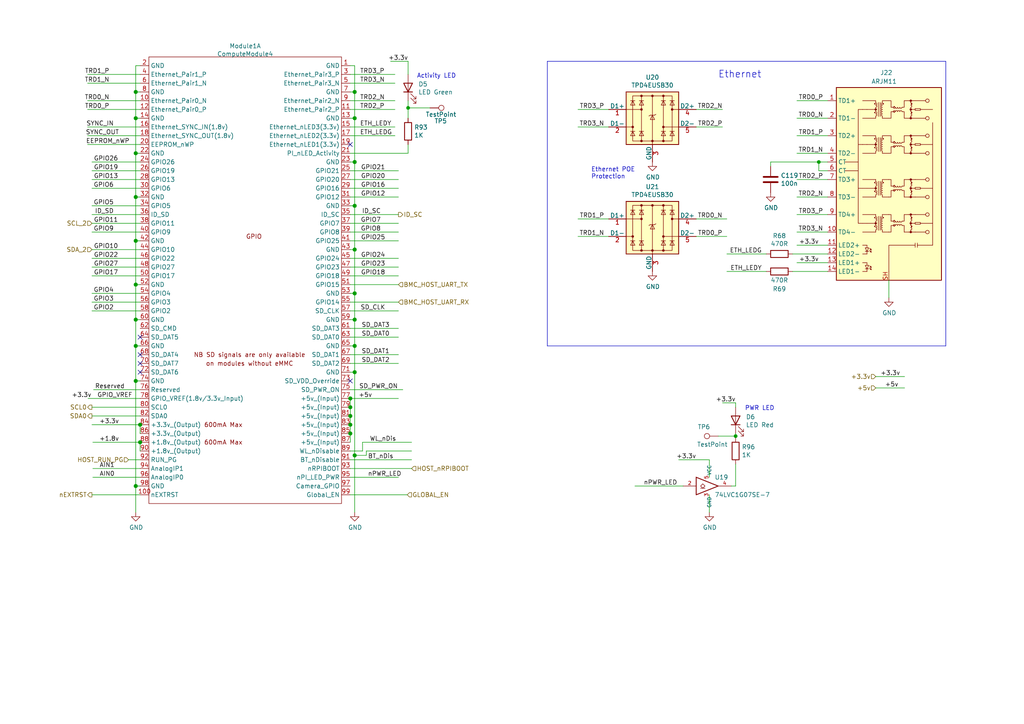
<source format=kicad_sch>
(kicad_sch (version 20230121) (generator eeschema)
  (paper "A4")
  (title_block (title "srvant-board MK1") (date "2021-07-14") (rev "rev-0.1dev"))
  (lib_symbols
    (symbol "CM4IO:74LVC1G07_copy"
      (property "Reference" "U" (at -2.54 3.81 0))
      (property "Value" "74LVC1G07_copy" (at 0 -3.81 0))
      (symbol "74LVC1G07_copy_1_1"
        (pin input line (at -7.62 0 0) (length 3.81) (name "~") (number "2"))
        (pin power_in line (at 0 -2.54 270) (length 0) (name "GND") (number "3"))
        (pin open_collector line (at 6.35 0 180) (length 3.81) (name "~") (number "4"))
        (pin power_in line (at 0 2.54 90) (length 0) (name "VCC") (number "5"))
      )
    )
    (symbol "CM4IO:ComputeModule4-CM4"
      (property "Reference" "Module" (at 113.03 -68.58 0))
      (property "Value" "ComputeModule4-CM4" (at 140.97 2.54 0))
      (property "Field4" "Hirose" (at 0 0 0))
      (property "Field5" "2x DF40C-100DS-0.4V" (at 0 -2.54 0))
      (symbol "ComputeModule4-CM4_1_0"
        (text "GPIO" (at 0 6.35 0) (effects (font (size 1.27 1.27))))
      )
      (symbol "ComputeModule4-CM4_1_1"
        (text "600mA Max" (at -8.89 -53.34 0) (effects (font (size 1.27 1.27))))
        (text "600mA Max" (at -8.89 -48.26 0) (effects (font (size 1.27 1.27))))
        (text "NB SD signals are only available" (at -1.27 -27.94 0) (effects (font (size 1.27 1.27))))
        (text "on modules without eMMC" (at -1.27 -30.48 0) (effects (font (size 1.27 1.27))))
        (pin power_in line (at 27.94 55.88 180) (length 2.54) (name "GND") (number "1"))
        (pin passive line (at -33.02 45.72 0) (length 2.54) (name "Ethernet_Pair0_N") (number "10"))
        (pin output line (at -33.02 -68.58 0) (length 2.54) (name "nEXTRST") (number "100"))
        (pin passive line (at 27.94 43.18 180) (length 2.54) (name "Ethernet_Pair2_P") (number "11"))
        (pin passive line (at -33.02 43.18 0) (length 2.54) (name "Ethernet_Pair0_P") (number "12"))
        (pin power_in line (at 27.94 40.64 180) (length 2.54) (name "GND") (number "13"))
        (pin power_in line (at -33.02 40.64 0) (length 2.54) (name "GND") (number "14"))
        (pin output line (at 27.94 38.1 180) (length 2.54) (name "Ethernet_nLED3(3.3v)") (number "15"))
        (pin input line (at -33.02 38.1 0) (length 2.54) (name "Ethernet_SYNC_IN(1.8v)") (number "16"))
        (pin output line (at 27.94 35.56 180) (length 2.54) (name "Ethernet_nLED2(3.3v)") (number "17"))
        (pin input line (at -33.02 35.56 0) (length 2.54) (name "Ethernet_SYNC_OUT(1.8v)") (number "18"))
        (pin output line (at 27.94 33.02 180) (length 2.54) (name "Ethernet_nLED1(3.3v)") (number "19"))
        (pin power_in line (at -33.02 55.88 0) (length 2.54) (name "GND") (number "2"))
        (pin passive line (at -33.02 33.02 0) (length 2.54) (name "EEPROM_nWP") (number "20"))
        (pin open_collector line (at 27.94 30.48 180) (length 2.54) (name "PI_nLED_Activity") (number "21"))
        (pin power_in line (at -33.02 30.48 0) (length 2.54) (name "GND") (number "22"))
        (pin power_in line (at 27.94 27.94 180) (length 2.54) (name "GND") (number "23"))
        (pin passive line (at -33.02 27.94 0) (length 2.54) (name "GPIO26") (number "24"))
        (pin passive line (at 27.94 25.4 180) (length 2.54) (name "GPIO21") (number "25"))
        (pin passive line (at -33.02 25.4 0) (length 2.54) (name "GPIO19") (number "26"))
        (pin passive line (at 27.94 22.86 180) (length 2.54) (name "GPIO20") (number "27"))
        (pin passive line (at -33.02 22.86 0) (length 2.54) (name "GPIO13") (number "28"))
        (pin passive line (at 27.94 20.32 180) (length 2.54) (name "GPIO16") (number "29"))
        (pin passive line (at 27.94 53.34 180) (length 2.54) (name "Ethernet_Pair3_P") (number "3"))
        (pin passive line (at -33.02 20.32 0) (length 2.54) (name "GPIO6") (number "30"))
        (pin passive line (at 27.94 17.78 180) (length 2.54) (name "GPIO12") (number "31"))
        (pin power_in line (at -33.02 17.78 0) (length 2.54) (name "GND") (number "32"))
        (pin power_in line (at 27.94 15.24 180) (length 2.54) (name "GND") (number "33"))
        (pin passive line (at -33.02 15.24 0) (length 2.54) (name "GPIO5") (number "34"))
        (pin passive line (at 27.94 12.7 180) (length 2.54) (name "ID_SC") (number "35"))
        (pin passive line (at -33.02 12.7 0) (length 2.54) (name "ID_SD") (number "36"))
        (pin passive line (at 27.94 10.16 180) (length 2.54) (name "GPIO7") (number "37"))
        (pin passive line (at -33.02 10.16 0) (length 2.54) (name "GPIO11") (number "38"))
        (pin passive line (at 27.94 7.62 180) (length 2.54) (name "GPIO8") (number "39"))
        (pin passive line (at -33.02 53.34 0) (length 2.54) (name "Ethernet_Pair1_P") (number "4"))
        (pin passive line (at -33.02 7.62 0) (length 2.54) (name "GPIO9") (number "40"))
        (pin passive line (at 27.94 5.08 180) (length 2.54) (name "GPIO25") (number "41"))
        (pin power_in line (at -33.02 5.08 0) (length 2.54) (name "GND") (number "42"))
        (pin power_in line (at 27.94 2.54 180) (length 2.54) (name "GND") (number "43"))
        (pin passive line (at -33.02 2.54 0) (length 2.54) (name "GPIO10") (number "44"))
        (pin passive line (at 27.94 0 180) (length 2.54) (name "GPIO24") (number "45"))
        (pin passive line (at -33.02 0 0) (length 2.54) (name "GPIO22") (number "46"))
        (pin passive line (at 27.94 -2.54 180) (length 2.54) (name "GPIO23") (number "47"))
        (pin passive line (at -33.02 -2.54 0) (length 2.54) (name "GPIO27") (number "48"))
        (pin passive line (at 27.94 -5.08 180) (length 2.54) (name "GPIO18") (number "49"))
        (pin passive line (at 27.94 50.8 180) (length 2.54) (name "Ethernet_Pair3_N") (number "5"))
        (pin passive line (at -33.02 -5.08 0) (length 2.54) (name "GPIO17") (number "50"))
        (pin passive line (at 27.94 -7.62 180) (length 2.54) (name "GPIO15") (number "51"))
        (pin power_in line (at -33.02 -7.62 0) (length 2.54) (name "GND") (number "52"))
        (pin power_in line (at 27.94 -10.16 180) (length 2.54) (name "GND") (number "53"))
        (pin passive line (at -33.02 -10.16 0) (length 2.54) (name "GPIO4") (number "54"))
        (pin passive line (at 27.94 -12.7 180) (length 2.54) (name "GPIO14") (number "55"))
        (pin passive line (at -33.02 -12.7 0) (length 2.54) (name "GPIO3") (number "56"))
        (pin passive line (at 27.94 -15.24 180) (length 2.54) (name "SD_CLK") (number "57"))
        (pin passive line (at -33.02 -15.24 0) (length 2.54) (name "GPIO2") (number "58"))
        (pin power_in line (at 27.94 -17.78 180) (length 2.54) (name "GND") (number "59"))
        (pin passive line (at -33.02 50.8 0) (length 2.54) (name "Ethernet_Pair1_N") (number "6"))
        (pin power_in line (at -33.02 -17.78 0) (length 2.54) (name "GND") (number "60"))
        (pin passive line (at 27.94 -20.32 180) (length 2.54) (name "SD_DAT3") (number "61"))
        (pin passive line (at -33.02 -20.32 0) (length 2.54) (name "SD_CMD") (number "62"))
        (pin passive line (at 27.94 -22.86 180) (length 2.54) (name "SD_DAT0") (number "63"))
        (pin passive line (at -33.02 -22.86 0) (length 2.54) (name "SD_DAT5") (number "64"))
        (pin power_in line (at 27.94 -25.4 180) (length 2.54) (name "GND") (number "65"))
        (pin power_in line (at -33.02 -25.4 0) (length 2.54) (name "GND") (number "66"))
        (pin passive line (at 27.94 -27.94 180) (length 2.54) (name "SD_DAT1") (number "67"))
        (pin passive line (at -33.02 -27.94 0) (length 2.54) (name "SD_DAT4") (number "68"))
        (pin passive line (at 27.94 -30.48 180) (length 2.54) (name "SD_DAT2") (number "69"))
        (pin power_in line (at 27.94 48.26 180) (length 2.54) (name "GND") (number "7"))
        (pin passive line (at -33.02 -30.48 0) (length 2.54) (name "SD_DAT7") (number "70"))
        (pin power_in line (at 27.94 -33.02 180) (length 2.54) (name "GND") (number "71"))
        (pin passive line (at -33.02 -33.02 0) (length 2.54) (name "SD_DAT6") (number "72"))
        (pin input line (at 27.94 -35.56 180) (length 2.54) (name "SD_VDD_Override") (number "73"))
        (pin power_in line (at -33.02 -35.56 0) (length 2.54) (name "GND") (number "74"))
        (pin output line (at 27.94 -38.1 180) (length 2.54) (name "SD_PWR_ON") (number "75"))
        (pin passive line (at -33.02 -38.1 0) (length 2.54) (name "Reserved") (number "76"))
        (pin power_in line (at 27.94 -40.64 180) (length 2.54) (name "+5v_(Input)") (number "77"))
        (pin power_in line (at -33.02 -40.64 0) (length 2.54) (name "GPIO_VREF(1.8v/3.3v_Input)") (number "78"))
        (pin power_in line (at 27.94 -43.18 180) (length 2.54) (name "+5v_(Input)") (number "79"))
        (pin power_in line (at -33.02 48.26 0) (length 2.54) (name "GND") (number "8"))
        (pin passive line (at -33.02 -43.18 0) (length 2.54) (name "SCL0") (number "80"))
        (pin power_in line (at 27.94 -45.72 180) (length 2.54) (name "+5v_(Input)") (number "81"))
        (pin passive line (at -33.02 -45.72 0) (length 2.54) (name "SDA0") (number "82"))
        (pin power_in line (at 27.94 -48.26 180) (length 2.54) (name "+5v_(Input)") (number "83"))
        (pin power_out line (at -33.02 -48.26 0) (length 2.54) (name "+3.3v_(Output)") (number "84"))
        (pin power_in line (at 27.94 -50.8 180) (length 2.54) (name "+5v_(Input)") (number "85"))
        (pin power_out line (at -33.02 -50.8 0) (length 2.54) (name "+3.3v_(Output)") (number "86"))
        (pin power_in line (at 27.94 -53.34 180) (length 2.54) (name "+5v_(Input)") (number "87"))
        (pin power_out line (at -33.02 -53.34 0) (length 2.54) (name "+1.8v_(Output)") (number "88"))
        (pin input line (at 27.94 -55.88 180) (length 2.54) (name "WL_nDisable") (number "89"))
        (pin passive line (at 27.94 45.72 180) (length 2.54) (name "Ethernet_Pair2_N") (number "9"))
        (pin power_out line (at -33.02 -55.88 0) (length 2.54) (name "+1.8v_(Output)") (number "90"))
        (pin input line (at 27.94 -58.42 180) (length 2.54) (name "BT_nDisable") (number "91"))
        (pin passive line (at -33.02 -58.42 0) (length 2.54) (name "RUN_PG") (number "92"))
        (pin input line (at 27.94 -60.96 180) (length 2.54) (name "nRPIBOOT") (number "93"))
        (pin passive line (at -33.02 -60.96 0) (length 2.54) (name "AnalogIP1") (number "94"))
        (pin output line (at 27.94 -63.5 180) (length 2.54) (name "nPI_LED_PWR") (number "95"))
        (pin passive line (at -33.02 -63.5 0) (length 2.54) (name "AnalogIP0") (number "96"))
        (pin passive line (at 27.94 -66.04 180) (length 2.54) (name "Camera_GPIO") (number "97"))
        (pin power_in line (at -33.02 -66.04 0) (length 2.54) (name "GND") (number "98"))
        (pin input line (at 27.94 -68.58 180) (length 2.54) (name "Global_EN") (number "99"))
      )
      (symbol "ComputeModule4-CM4_2_1"
        (text "High Speed Serial" (at 140.97 0 0) (effects (font (size 1.27 1.27))))
        (pin input line (at 170.18 60.96 180) (length 5.08) (name "USB_OTG_ID") (number "101"))
        (pin input line (at 109.22 60.96 0) (length 5.08) (name "PCIe_CLK_nREQ") (number "102"))
        (pin passive line (at 170.18 58.42 180) (length 5.08) (name "USB2_N") (number "103"))
        (pin passive line (at 109.22 58.42 0) (length 5.08) (name "Reserved") (number "104"))
        (pin passive line (at 170.18 55.88 180) (length 5.08) (name "USB2_P") (number "105"))
        (pin passive line (at 109.22 55.88 0) (length 5.08) (name "Reserved") (number "106"))
        (pin power_in line (at 170.18 53.34 180) (length 5.08) (name "GND") (number "107"))
        (pin power_in line (at 109.22 53.34 0) (length 5.08) (name "GND") (number "108"))
        (pin bidirectional line (at 170.18 50.8 180) (length 5.08) (name "PCIe_nRST") (number "109"))
        (pin output line (at 109.22 50.8 0) (length 5.08) (name "PCIe_CLK_P") (number "110"))
        (pin passive line (at 170.18 48.26 180) (length 5.08) (name "VDAC_COMP") (number "111"))
        (pin output line (at 109.22 48.26 0) (length 5.08) (name "PCIe_CLK_N") (number "112"))
        (pin power_in line (at 170.18 45.72 180) (length 5.08) (name "GND") (number "113"))
        (pin power_in line (at 109.22 45.72 0) (length 5.08) (name "GND") (number "114"))
        (pin input line (at 170.18 43.18 180) (length 5.08) (name "CAM1_D0_N") (number "115"))
        (pin input line (at 109.22 43.18 0) (length 5.08) (name "PCIe_RX_P") (number "116"))
        (pin input line (at 170.18 40.64 180) (length 5.08) (name "CAM1_D0_P") (number "117"))
        (pin input line (at 109.22 40.64 0) (length 5.08) (name "PCIe_RX_N") (number "118"))
        (pin power_in line (at 170.18 38.1 180) (length 5.08) (name "GND") (number "119"))
        (pin power_in line (at 109.22 38.1 0) (length 5.08) (name "GND") (number "120"))
        (pin input line (at 170.18 35.56 180) (length 5.08) (name "CAM1_D1_N") (number "121"))
        (pin output line (at 109.22 35.56 0) (length 5.08) (name "PCIe_TX_P") (number "122"))
        (pin input line (at 170.18 33.02 180) (length 5.08) (name "CAM1_D1_P") (number "123"))
        (pin output line (at 109.22 33.02 0) (length 5.08) (name "PCIe_TX_N") (number "124"))
        (pin power_in line (at 170.18 30.48 180) (length 5.08) (name "GND") (number "125"))
        (pin power_in line (at 109.22 30.48 0) (length 5.08) (name "GND") (number "126"))
        (pin input line (at 170.18 27.94 180) (length 5.08) (name "CAM1_C_N") (number "127"))
        (pin input line (at 109.22 27.94 0) (length 5.08) (name "CAM0_D0_N") (number "128"))
        (pin input line (at 170.18 25.4 180) (length 5.08) (name "CAM1_C_P") (number "129"))
        (pin input line (at 109.22 25.4 0) (length 5.08) (name "CAM0_D0_P") (number "130"))
        (pin power_in line (at 170.18 22.86 180) (length 5.08) (name "GND") (number "131"))
        (pin power_in line (at 109.22 22.86 0) (length 5.08) (name "GND") (number "132"))
        (pin input line (at 170.18 20.32 180) (length 5.08) (name "CAM1_D2_N") (number "133"))
        (pin input line (at 109.22 20.32 0) (length 5.08) (name "CAM0_D1_N") (number "134"))
        (pin input line (at 170.18 17.78 180) (length 5.08) (name "CAM1_D2_P") (number "135"))
        (pin input line (at 109.22 17.78 0) (length 5.08) (name "CAM0_D1_P") (number "136"))
        (pin power_in line (at 170.18 15.24 180) (length 5.08) (name "GND") (number "137"))
        (pin power_in line (at 109.22 15.24 0) (length 5.08) (name "GND") (number "138"))
        (pin input line (at 170.18 12.7 180) (length 5.08) (name "CAM1_D3_N") (number "139"))
        (pin input line (at 109.22 12.7 0) (length 5.08) (name "CAM0_C_N") (number "140"))
        (pin input line (at 170.18 10.16 180) (length 5.08) (name "CAM1_D3_P") (number "141"))
        (pin input line (at 109.22 10.16 0) (length 5.08) (name "CAM0_C_P") (number "142"))
        (pin input line (at 170.18 7.62 180) (length 5.08) (name "HDMI1_HOTPLUG") (number "143"))
        (pin power_in line (at 109.22 7.62 0) (length 5.08) (name "GND") (number "144"))
        (pin bidirectional line (at 170.18 5.08 180) (length 5.08) (name "HDMI1_SDA") (number "145"))
        (pin output line (at 109.22 5.08 0) (length 5.08) (name "HDMI1_TX2_P") (number "146"))
        (pin open_collector line (at 170.18 2.54 180) (length 5.08) (name "HDMI1_SCL") (number "147"))
        (pin output line (at 109.22 2.54 0) (length 5.08) (name "HDMI1_TX2_N") (number "148"))
        (pin open_collector line (at 170.18 0 180) (length 5.08) (name "HDMI1_CEC") (number "149"))
        (pin power_in line (at 109.22 0 0) (length 5.08) (name "GND") (number "150"))
        (pin open_collector line (at 170.18 -2.54 180) (length 5.08) (name "HDMI0_CEC") (number "151"))
        (pin output line (at 109.22 -2.54 0) (length 5.08) (name "HDMI1_TX1_P") (number "152"))
        (pin input line (at 170.18 -5.08 180) (length 5.08) (name "HDMI0_HOTPLUG") (number "153"))
        (pin output line (at 109.22 -5.08 0) (length 5.08) (name "HDMI1_TX1_N") (number "154"))
        (pin power_in line (at 170.18 -7.62 180) (length 5.08) (name "GND") (number "155"))
        (pin power_in line (at 109.22 -7.62 0) (length 5.08) (name "GND") (number "156"))
        (pin output line (at 170.18 -10.16 180) (length 5.08) (name "DSI0_D0_N") (number "157"))
        (pin output line (at 109.22 -10.16 0) (length 5.08) (name "HDMI1_TX0_P") (number "158"))
        (pin output line (at 170.18 -12.7 180) (length 5.08) (name "DSI0_D0_P") (number "159"))
        (pin output line (at 109.22 -12.7 0) (length 5.08) (name "HDMI1_TX0_N") (number "160"))
        (pin power_in line (at 170.18 -15.24 180) (length 5.08) (name "GND") (number "161"))
        (pin power_in line (at 109.22 -15.24 0) (length 5.08) (name "GND") (number "162"))
        (pin output line (at 170.18 -17.78 180) (length 5.08) (name "DSI0_D1_N") (number "163"))
        (pin output line (at 109.22 -17.78 0) (length 5.08) (name "HDMI1_CLK_P") (number "164"))
        (pin output line (at 170.18 -20.32 180) (length 5.08) (name "DSI0_D1_P") (number "165"))
        (pin output line (at 109.22 -20.32 0) (length 5.08) (name "HDMI1_CLK_N") (number "166"))
        (pin power_in line (at 170.18 -22.86 180) (length 5.08) (name "GND") (number "167"))
        (pin power_in line (at 109.22 -22.86 0) (length 5.08) (name "GND") (number "168"))
        (pin output line (at 170.18 -25.4 180) (length 5.08) (name "DSI0_C_N") (number "169"))
        (pin output line (at 109.22 -25.4 0) (length 5.08) (name "HDMI0_TX2_P") (number "170"))
        (pin output line (at 170.18 -27.94 180) (length 5.08) (name "DSI0_C_P") (number "171"))
        (pin output line (at 109.22 -27.94 0) (length 5.08) (name "HDMI0_TX2_N") (number "172"))
        (pin power_in line (at 170.18 -30.48 180) (length 5.08) (name "GND") (number "173"))
        (pin power_in line (at 109.22 -30.48 0) (length 5.08) (name "GND") (number "174"))
        (pin output line (at 170.18 -33.02 180) (length 5.08) (name "DSI1_D0_N") (number "175"))
        (pin output line (at 109.22 -33.02 0) (length 5.08) (name "HDMI0_TX1_P") (number "176"))
        (pin output line (at 170.18 -35.56 180) (length 5.08) (name "DSI1_D0_P") (number "177"))
        (pin output line (at 109.22 -35.56 0) (length 5.08) (name "HDMI0_TX1_N") (number "178"))
        (pin power_in line (at 170.18 -38.1 180) (length 5.08) (name "GND") (number "179"))
        (pin power_in line (at 109.22 -38.1 0) (length 5.08) (name "GND") (number "180"))
        (pin output line (at 170.18 -40.64 180) (length 5.08) (name "DSI1_D1_N") (number "181"))
        (pin output line (at 109.22 -40.64 0) (length 5.08) (name "HDMI0_TX0_P") (number "182"))
        (pin output line (at 170.18 -43.18 180) (length 5.08) (name "DSI1_D1_P") (number "183"))
        (pin output line (at 109.22 -43.18 0) (length 5.08) (name "HDMI0_TX0_N") (number "184"))
        (pin power_in line (at 170.18 -45.72 180) (length 5.08) (name "GND") (number "185"))
        (pin power_in line (at 109.22 -45.72 0) (length 5.08) (name "GND") (number "186"))
        (pin output line (at 170.18 -48.26 180) (length 5.08) (name "DSI1_C_N") (number "187"))
        (pin output line (at 109.22 -48.26 0) (length 5.08) (name "HDMI0_CLK_P") (number "188"))
        (pin output line (at 170.18 -50.8 180) (length 5.08) (name "DSI1_C_P") (number "189"))
        (pin output line (at 109.22 -50.8 0) (length 5.08) (name "HDMI0_CLK_N") (number "190"))
        (pin power_in line (at 170.18 -53.34 180) (length 5.08) (name "GND") (number "191"))
        (pin power_in line (at 109.22 -53.34 0) (length 5.08) (name "GND") (number "192"))
        (pin output line (at 170.18 -55.88 180) (length 5.08) (name "DSI1_D2_N") (number "193"))
        (pin output line (at 109.22 -55.88 0) (length 5.08) (name "DSI1_D3_N") (number "194"))
        (pin output line (at 170.18 -58.42 180) (length 5.08) (name "DSI1_D2_P") (number "195"))
        (pin output line (at 109.22 -58.42 0) (length 5.08) (name "DSI1_D3_P") (number "196"))
        (pin power_in line (at 170.18 -60.96 180) (length 5.08) (name "GND") (number "197"))
        (pin power_in line (at 109.22 -60.96 0) (length 5.08) (name "GND") (number "198"))
        (pin bidirectional line (at 170.18 -63.5 180) (length 5.08) (name "HDMI0_SDA") (number "199"))
        (pin open_collector line (at 109.22 -63.5 0) (length 5.08) (name "HDMI0_SCL") (number "200"))
      )
    )
    (symbol "CM4IO:TPD4EUSB30" (pin_names (offset 0))
      (property "Reference" "U" (at -0.635 8.89 0))
      (property "Value" "TPD4EUSB30" (at 8.89 -10.16 0))
      (symbol "TPD4EUSB30_1_1"
        (pin passive line (at -12.7 2.54 0) (length 5.08) (name "D1+") (number "1"))
        (pin passive line (at -12.7 2.54 0) (length 5.08) hide (name "~") (number "10"))
        (pin passive line (at -12.7 -2.54 0) (length 5.08) (name "D1-") (number "2"))
        (pin power_in line (at 0 -12.7 90) (length 5.08) (name "GND") (number "3"))
        (pin passive line (at 12.7 2.54 180) (length 5.08) (name "D2+") (number "4"))
        (pin passive line (at 12.7 -2.54 180) (length 5.08) (name "D2-") (number "5"))
        (pin passive line (at 12.7 -2.54 180) (length 5.08) hide (name "~") (number "6"))
        (pin passive line (at 12.7 2.54 180) (length 5.08) hide (name "~") (number "7"))
        (pin passive line (at 0 -12.7 90) (length 5.08) hide (name "GND") (number "8"))
        (pin passive line (at -12.7 -2.54 0) (length 5.08) hide (name "~") (number "9"))
      )
    )
    (symbol "Connector:ARJM11"
      (property "Reference" "J" (at -11.43 27.94 0))
      (property "Value" "ARJM11" (at 10.16 29.21 0))
      (symbol "ARJM11_1_1"
        (pin passive line (at -17.78 21.59 0) (length 2.54) (name "TD1+") (number "1"))
        (pin passive line (at -17.78 -16.51 0) (length 2.54) (name "TD4-") (number "10"))
        (pin passive line (at -17.78 -20.32 0) (length 2.54) (name "LED2+") (number "11"))
        (pin passive line (at -17.78 -22.86 0) (length 2.54) (name "LED2-") (number "12"))
        (pin passive line (at -17.78 -25.4 0) (length 2.54) (name "LED1+") (number "13"))
        (pin passive line (at -17.78 -27.94 0) (length 2.54) (name "LED1-") (number "14"))
        (pin passive line (at -17.78 16.51 0) (length 2.54) (name "TD1-") (number "2"))
        (pin passive line (at -17.78 11.43 0) (length 2.54) (name "TD2+") (number "3"))
        (pin passive line (at -17.78 6.35 0) (length 2.54) (name "TD2-") (number "4"))
        (pin passive line (at -17.78 3.81 0) (length 2.54) (name "CT") (number "5"))
        (pin passive line (at -17.78 1.27 0) (length 2.54) (name "CT") (number "6"))
        (pin passive line (at -17.78 -1.27 0) (length 2.54) (name "TD3+") (number "7"))
        (pin passive line (at -17.78 -6.35 0) (length 2.54) (name "TD3-") (number "8"))
        (pin passive line (at -17.78 -11.43 0) (length 2.54) (name "TD4+") (number "9"))
        (pin passive line (at 0 -30.48 90) (length 2.54) (name "~") (number "SH"))
      )
    )
    (symbol "Connector:TestPoint" (pin_numbers hide) (pin_names (offset 0.762) hide)
      (property "Reference" "TP" (at 0 6.858 0))
      (property "Value" "TestPoint" (at 0 5.08 0))
      (symbol "TestPoint_1_1"
        (pin passive line (at 0 0 90) (length 2.54) (name "1") (number "1"))
      )
    )
    (symbol "Device:C" (pin_numbers hide) (pin_names (offset 0.254))
      (property "Reference" "C" (at 0.635 2.54 0))
      (property "Value" "C" (at 0.635 -2.54 0))
      (symbol "C_1_1"
        (pin passive line (at 0 3.81 270) (length 2.794) (name "~") (number "1"))
        (pin passive line (at 0 -3.81 90) (length 2.794) (name "~") (number "2"))
      )
    )
    (symbol "Device:LED" (pin_numbers hide) (pin_names hide)
      (property "Reference" "D" (at 0 2.54 0))
      (property "Value" "LED" (at 0 -2.54 0))
      (symbol "LED_1_1"
        (pin passive line (at -3.81 0 0) (length 2.54) (name "K") (number "1"))
        (pin passive line (at 3.81 0 180) (length 2.54) (name "A") (number "2"))
      )
    )
    (symbol "Device:R" (pin_numbers hide) (pin_names (offset 0))
      (property "Reference" "R" (at 2.032 0 90))
      (property "Value" "R" (at 0 0 90))
      (symbol "R_1_1"
        (pin passive line (at 0 3.81 270) (length 1.27) (name "~") (number "1"))
        (pin passive line (at 0 -3.81 90) (length 1.27) (name "~") (number "2"))
      )
    )
    (symbol "power:GND" (power) (pin_names (offset 0))
      (property "Value" "GND" (at 0 -3.81 0))
      (symbol "GND_1_1"
        (pin power_in line (at 0 0 270) (length 0) hide (name "GND") (number "1"))
      )
    )
  )
  (junction (at 102.87 92.71) (diameter 1.016))
  (junction (at 39.37 26.67) (diameter 1.016))
  (junction (at 102.87 46.99) (diameter 1.016))
  (junction (at 39.37 92.71) (diameter 1.016))
  (junction (at 40.64 128.27) (diameter 1.016))
  (junction (at 102.87 26.67) (diameter 1.016))
  (junction (at 102.87 107.95) (diameter 1.016))
  (junction (at 39.37 82.55) (diameter 1.016))
  (junction (at 101.6 123.19) (diameter 1.016))
  (junction (at 101.6 118.11) (diameter 1.016))
  (junction (at 102.87 132.08) (diameter 1.016))
  (junction (at 213.36 126.492) (diameter 0.9144))
  (junction (at 237.49 46.99) (diameter 0.9144))
  (junction (at 102.87 85.09) (diameter 1.016))
  (junction (at 39.37 57.15) (diameter 1.016))
  (junction (at 39.37 100.33) (diameter 1.016))
  (junction (at 118.364 31.2928) (diameter 0.9144))
  (junction (at 101.6 120.65) (diameter 1.016))
  (junction (at 39.37 69.85) (diameter 1.016))
  (junction (at 101.6 115.57) (diameter 1.016))
  (junction (at 102.87 100.33) (diameter 1.016))
  (junction (at 102.87 59.69) (diameter 1.016))
  (junction (at 102.87 34.29) (diameter 1.016))
  (junction (at 39.37 110.49) (diameter 1.016))
  (junction (at 39.37 44.45) (diameter 1.016))
  (junction (at 101.6 125.73) (diameter 1.016))
  (junction (at 39.37 34.29) (diameter 1.016))
  (junction (at 40.64 123.19) (diameter 1.016))
  (junction (at 102.87 72.39) (diameter 1.016))
  (junction (at 39.37 140.97) (diameter 1.016))
  (no_connect (at 40.64 97.79))
  (no_connect (at 40.64 107.95))
  (no_connect (at 40.64 105.41))
  (no_connect (at 40.64 102.87))
  (no_connect (at 101.6 110.49))
  (no_connect (at 101.6 41.91))
  (wire (pts (xy 26.67 120.65) (xy 40.64 120.65)))
  (wire (pts (xy 101.6 34.29) (xy 102.87 34.29)))
  (wire (pts (xy 101.6 125.73) (xy 101.6 128.27)))
  (wire (pts (xy 102.87 19.05) (xy 102.87 26.67)))
  (wire (pts (xy 231.14 71.12) (xy 240.03 71.12)))
  (wire (pts (xy 102.87 100.33) (xy 102.87 107.95)))
  (wire (pts (xy 101.6 21.59) (xy 114.554 21.59)))
  (wire (pts (xy 231.14 39.37) (xy 240.03 39.37)))
  (wire (pts (xy 231.14 67.31) (xy 240.03 67.31)))
  (wire (pts (xy 39.37 34.29) (xy 39.37 44.45)))
  (wire (pts (xy 118.364 44.45) (xy 118.364 41.91)))
  (wire (pts (xy 39.37 82.55) (xy 39.37 92.71)))
  (wire (pts (xy 101.6 92.71) (xy 102.87 92.71)))
  (wire (pts (xy 26.67 49.53) (xy 40.64 49.53)))
  (wire (pts (xy 101.6 44.45) (xy 118.364 44.45)))
  (wire (pts (xy 101.6 64.77) (xy 115.57 64.77)))
  (wire (pts (xy 101.6 105.41) (xy 115.57 105.41)))
  (wire (pts (xy 101.6 115.57) (xy 101.6 118.11)))
  (wire (pts (xy 39.37 140.97) (xy 39.37 148.59)))
  (wire (pts (xy 118.364 21.59) (xy 118.364 17.78)))
  (wire (pts (xy 102.87 34.29) (xy 102.87 46.99)))
  (wire (pts (xy 40.64 140.97) (xy 39.37 140.97)))
  (wire (pts (xy 101.6 107.95) (xy 102.87 107.95)))
  (wire (pts (xy 39.37 57.15) (xy 40.64 57.15)))
  (wire (pts (xy 213.36 116.84) (xy 209.55 116.84)))
  (wire (pts (xy 101.6 54.61) (xy 115.57 54.61)))
  (wire (pts (xy 101.6 24.13) (xy 114.554 24.13)))
  (wire (pts (xy 25.4 41.91) (xy 40.64 41.91)))
  (wire (pts (xy 26.924 138.43) (xy 40.64 138.43)))
  (wire (pts (xy 231.14 34.29) (xy 240.03 34.29)))
  (wire (pts (xy 115.57 90.17) (xy 101.6 90.17)))
  (wire (pts (xy 26.924 135.89) (xy 40.64 135.89)))
  (wire (pts (xy 39.37 69.85) (xy 39.37 82.55)))
  (wire (pts (xy 26.67 77.47) (xy 40.64 77.47)))
  (wire (pts (xy 201.93 36.83) (xy 209.55 36.83)))
  (wire (pts (xy 39.37 110.49) (xy 40.64 110.49)))
  (wire (pts (xy 257.81 81.28) (xy 257.81 86.36)))
  (wire (pts (xy 101.6 57.15) (xy 115.57 57.15)))
  (wire (pts (xy 40.64 130.81) (xy 40.64 128.27)))
  (wire (pts (xy 102.87 85.09) (xy 102.87 92.71)))
  (wire (pts (xy 213.36 140.97) (xy 212.09 140.97)))
  (wire (pts (xy 26.67 80.01) (xy 40.64 80.01)))
  (wire (pts (xy 25.4 36.83) (xy 40.64 36.83)))
  (wire (pts (xy 101.6 135.89) (xy 119.38 135.89)))
  (wire (pts (xy 101.6 138.43) (xy 115.57 138.43)))
  (wire (pts (xy 101.6 67.31) (xy 115.57 67.31)))
  (wire (pts (xy 237.49 49.53) (xy 237.49 46.99)))
  (wire (pts (xy 240.03 49.53) (xy 237.49 49.53)))
  (wire (pts (xy 101.6 29.21) (xy 114.554 29.21)))
  (wire (pts (xy 39.37 44.45) (xy 40.64 44.45)))
  (wire (pts (xy 26.67 67.31) (xy 40.64 67.31)))
  (wire (pts (xy 25.527 115.57) (xy 40.64 115.57)))
  (wire (pts (xy 25.4 29.21) (xy 40.64 29.21)))
  (wire (pts (xy 25.4 31.75) (xy 40.64 31.75)))
  (wire (pts (xy 213.36 125.73) (xy 213.36 126.492)))
  (wire (pts (xy 213.36 126.492) (xy 213.36 127)))
  (wire (pts (xy 26.67 46.99) (xy 40.64 46.99)))
  (wire (pts (xy 39.37 19.05) (xy 39.37 26.67)))
  (wire (pts (xy 26.67 143.51) (xy 40.64 143.51)))
  (wire (pts (xy 231.14 57.15) (xy 240.03 57.15)))
  (wire (pts (xy 39.37 69.85) (xy 40.64 69.85)))
  (wire (pts (xy 37.2872 133.35) (xy 40.64 133.35)))
  (wire (pts (xy 231.14 29.21) (xy 240.03 29.21)))
  (wire (pts (xy 118.364 31.2928) (xy 124.714 31.2928)))
  (wire (pts (xy 231.14 76.2) (xy 240.03 76.2)))
  (wire (pts (xy 27.1272 113.03) (xy 40.64 113.03)))
  (wire (pts (xy 167.64 63.5) (xy 176.53 63.5)))
  (wire (pts (xy 101.6 39.37) (xy 114.554 39.37)))
  (wire (pts (xy 101.6 133.35) (xy 119.38 133.35)))
  (wire (pts (xy 39.37 82.55) (xy 40.64 82.55)))
  (wire (pts (xy 101.6 113.03) (xy 116.84 113.03)))
  (wire (pts (xy 26.67 118.11) (xy 40.64 118.11)))
  (wire (pts (xy 101.6 36.83) (xy 114.554 36.83)))
  (wire (pts (xy 26.67 54.61) (xy 40.64 54.61)))
  (wire (pts (xy 101.6 72.39) (xy 102.87 72.39)))
  (wire (pts (xy 176.53 68.58) (xy 167.64 68.58)))
  (wire (pts (xy 101.6 26.67) (xy 102.87 26.67)))
  (wire (pts (xy 39.37 44.45) (xy 39.37 57.15)))
  (wire (pts (xy 210.82 73.66) (xy 222.25 73.66)))
  (wire (pts (xy 39.37 110.49) (xy 39.37 140.97)))
  (wire (pts (xy 101.6 74.93) (xy 115.57 74.93)))
  (wire (pts (xy 167.64 31.75) (xy 176.53 31.75)))
  (wire (pts (xy 40.64 34.29) (xy 39.37 34.29)))
  (wire (pts (xy 25.4 21.59) (xy 40.64 21.59)))
  (wire (pts (xy 26.67 123.19) (xy 40.64 123.19)))
  (wire (pts (xy 25.4 24.13) (xy 40.64 24.13)))
  (wire (pts (xy 231.14 62.23) (xy 240.03 62.23)))
  (wire (pts (xy 231.14 44.45) (xy 240.03 44.45)))
  (wire (pts (xy 105.156 128.27) (xy 119.38 128.27)))
  (wire (pts (xy 40.64 19.05) (xy 39.37 19.05)))
  (polyline (pts (xy 274.32 17.78) (xy 274.32 100.33)) (stroke (width 0) (type solid)))
  (wire (pts (xy 101.6 82.55) (xy 115.57 82.55)))
  (wire (pts (xy 101.6 69.85) (xy 115.57 69.85)))
  (wire (pts (xy 101.6 31.75) (xy 114.554 31.75)))
  (wire (pts (xy 102.87 72.39) (xy 102.87 85.09)))
  (wire (pts (xy 26.67 64.77) (xy 40.64 64.77)))
  (wire (pts (xy 40.64 125.73) (xy 40.64 123.19)))
  (wire (pts (xy 101.6 59.69) (xy 102.87 59.69)))
  (wire (pts (xy 102.87 132.08) (xy 106.2482 132.08)))
  (wire (pts (xy 101.6 19.05) (xy 102.87 19.05)))
  (wire (pts (xy 102.87 59.69) (xy 102.87 72.39)))
  (wire (pts (xy 101.6 80.01) (xy 115.57 80.01)))
  (wire (pts (xy 201.93 63.5) (xy 210.82 63.5)))
  (wire (pts (xy 167.64 36.83) (xy 176.53 36.83)))
  (wire (pts (xy 101.6 87.63) (xy 115.57 87.63)))
  (wire (pts (xy 26.67 85.09) (xy 40.64 85.09)))
  (wire (pts (xy 223.52 46.99) (xy 237.49 46.99)))
  (wire (pts (xy 237.49 46.99) (xy 240.03 46.99)))
  (wire (pts (xy 101.6 115.57) (xy 115.57 115.57)))
  (wire (pts (xy 205.74 138.43) (xy 205.74 133.35)))
  (wire (pts (xy 102.87 26.67) (xy 102.87 34.29)))
  (wire (pts (xy 208.3562 126.492) (xy 213.36 126.492)))
  (wire (pts (xy 101.6 62.23) (xy 115.57 62.23)))
  (wire (pts (xy 115.57 102.87) (xy 101.6 102.87)))
  (wire (pts (xy 113.284 17.78) (xy 118.364 17.78)))
  (wire (pts (xy 101.6 118.11) (xy 101.6 120.65)))
  (wire (pts (xy 223.52 48.26) (xy 223.52 46.99)))
  (wire (pts (xy 101.6 85.09) (xy 102.87 85.09)))
  (wire (pts (xy 26.67 87.63) (xy 40.64 87.63)))
  (wire (pts (xy 201.93 31.75) (xy 209.55 31.75)))
  (wire (pts (xy 102.87 107.95) (xy 102.87 132.08)))
  (wire (pts (xy 26.67 72.39) (xy 40.64 72.39)))
  (wire (pts (xy 101.6 123.19) (xy 101.6 125.73)))
  (wire (pts (xy 101.6 77.47) (xy 115.57 77.47)))
  (wire (pts (xy 231.14 52.07) (xy 240.03 52.07)))
  (wire (pts (xy 102.87 92.71) (xy 102.87 100.33)))
  (wire (pts (xy 101.6 100.33) (xy 102.87 100.33)))
  (wire (pts (xy 26.67 74.93) (xy 40.64 74.93)))
  (wire (pts (xy 39.37 92.71) (xy 40.64 92.71)))
  (wire (pts (xy 254 109.22) (xy 262.382 109.22)))
  (wire (pts (xy 40.64 128.27) (xy 40.894 128.27)))
  (wire (pts (xy 39.37 57.15) (xy 39.37 69.85)))
  (wire (pts (xy 26.67 62.23) (xy 40.64 62.23)))
  (wire (pts (xy 106.2482 130.81) (xy 119.38 130.81)))
  (wire (pts (xy 26.924 128.27) (xy 40.64 128.27)))
  (wire (pts (xy 213.36 118.11) (xy 213.36 116.84)))
  (wire (pts (xy 39.37 100.33) (xy 40.64 100.33)))
  (wire (pts (xy 210.82 78.74) (xy 222.25 78.74)))
  (wire (pts (xy 101.6 97.79) (xy 115.57 97.79)))
  (wire (pts (xy 205.74 143.51) (xy 205.74 148.59)))
  (wire (pts (xy 184.15 140.97) (xy 198.12 140.97)))
  (wire (pts (xy 102.87 132.08) (xy 102.87 148.59)))
  (wire (pts (xy 26.67 59.69) (xy 40.64 59.69)))
  (polyline (pts (xy 158.75 17.78) (xy 274.32 17.78)) (stroke (width 0) (type solid)))
  (wire (pts (xy 101.6 46.99) (xy 102.87 46.99)))
  (wire (pts (xy 101.6 52.07) (xy 115.57 52.07)))
  (wire (pts (xy 254 112.522) (xy 262.382 112.522)))
  (wire (pts (xy 205.74 133.35) (xy 196.85 133.35)))
  (wire (pts (xy 39.37 92.71) (xy 39.37 100.33)))
  (wire (pts (xy 229.87 73.66) (xy 240.03 73.66)))
  (wire (pts (xy 101.6 49.53) (xy 115.57 49.53)))
  (polyline (pts (xy 158.75 100.33) (xy 158.75 17.78)) (stroke (width 0) (type solid)))
  (wire (pts (xy 26.67 90.17) (xy 40.64 90.17)))
  (wire (pts (xy 101.6 143.51) (xy 118.11 143.51)))
  (wire (pts (xy 39.37 26.67) (xy 39.37 34.29)))
  (wire (pts (xy 201.93 68.58) (xy 210.82 68.58)))
  (wire (pts (xy 101.6 120.65) (xy 101.6 123.19)))
  (wire (pts (xy 118.364 29.21) (xy 118.364 31.2928)))
  (wire (pts (xy 118.364 31.2928) (xy 118.364 34.29)))
  (polyline (pts (xy 274.32 100.33) (xy 158.75 100.33)) (stroke (width 0) (type solid)))
  (wire (pts (xy 26.67 52.07) (xy 40.64 52.07)))
  (wire (pts (xy 101.6 130.81) (xy 105.156 130.81)))
  (wire (pts (xy 39.37 100.33) (xy 39.37 110.49)))
  (wire (pts (xy 105.156 130.81) (xy 105.156 128.27)))
  (wire (pts (xy 115.57 95.25) (xy 101.6 95.25)))
  (wire (pts (xy 229.87 78.74) (xy 240.03 78.74)))
  (wire (pts (xy 213.36 134.62) (xy 213.36 140.97)))
  (wire (pts (xy 25.4 39.37) (xy 40.64 39.37)))
  (wire (pts (xy 102.87 46.99) (xy 102.87 59.69)))
  (wire (pts (xy 40.64 26.67) (xy 39.37 26.67)))
  (wire (pts (xy 106.2482 132.08) (xy 106.2482 130.81)))
  (text "Ethernet" (at 208.28 22.86 0) (effects (font (size 2.0066 2.0066)) (justify left bottom)))
  (text "PWR LED" (at 216.027 119.253 0) (effects (font (size 1.27 1.27)) (justify left bottom)))
  (text "Activity LED" (at 120.904 22.86 0) (effects (font (size 1.27 1.27)) (justify left bottom)))
  (text "Ethernet POE\nProtection" (at 171.45 52.07 0) (effects (font (size 1.27 1.27)) (justify left bottom)))
  (label "+3.3v" (at 201.93 133.35 180))
  (label "GPIO24" (at 111.76 74.93 180))
  (label "GPIO2" (at 33.02 90.17 180))
  (label "GPIO11" (at 34.29 64.77 180))
  (label "TRD2_N" (at 104.394 29.21 0))
  (label "+3.3v" (at 237.49 71.12 180))
  (label "GPIO5" (at 33.02 59.69 180))
  (label "+3.3v" (at 118.364 17.78 180))
  (label "ETH_LEDY" (at 104.394 36.83 0))
  (label "TRD0_N" (at 31.75 29.21 180))
  (label "GPIO16" (at 111.76 54.61 180))
  (label "ID_SD" (at 33.02 62.23 180))
  (label "TRD2_P" (at 104.394 31.75 0))
  (label "TRD1_N" (at 238.76 44.45 180))
  (label "TRD1_N" (at 31.75 24.13 180))
  (label "ID_SC" (at 110.49 62.23 180))
  (label "GPIO3" (at 33.02 87.63 180))
  (label "AIN1" (at 33.274 135.89 180))
  (label "SD_DAT2" (at 113.03 105.41 180))
  (label "+3.3v" (at 261.112 109.22 180))
  (label "SD_CLK" (at 111.76 90.17 180))
  (label "GPIO19" (at 34.29 49.53 180))
  (label "+5v" (at 260.604 112.522 180))
  (label "TRD2_P" (at 209.55 36.83 180))
  (label "TRD0_P" (at 31.75 31.75 180))
  (label "ETH_LEDY" (at 220.98 78.74 180))
  (label "GPIO27" (at 34.29 77.47 180))
  (label "TRD2_N" (at 209.55 31.75 180))
  (label "nPWR_LED" (at 106.68 138.43 0))
  (label "GPIO17" (at 34.29 80.01 180))
  (label "GPIO21" (at 111.76 49.53 180))
  (label "SD_DAT3" (at 113.03 95.25 180))
  (label "TRD1_P" (at 238.76 39.37 180))
  (label "GPIO_VREF" (at 28.194 115.57 0))
  (label "TRD2_N" (at 238.76 57.15 180))
  (label "GPIO7" (at 110.49 64.77 180))
  (label "+3.3v" (at 34.544 123.19 180))
  (label "GPIO26" (at 34.29 46.99 180))
  (label "+1.8v" (at 34.544 128.27 180))
  (label "BT_nDis" (at 114.1476 133.35 180))
  (label "GPIO23" (at 111.76 77.47 180))
  (label "TRD0_P" (at 238.76 29.21 180))
  (label "TRD0_P" (at 209.55 68.58 180))
  (label "TRD3_P" (at 175.26 31.75 180))
  (label "TRD3_N" (at 238.76 67.31 180))
  (label "GPIO12" (at 111.76 57.15 180))
  (label "SYNC_IN" (at 33.02 36.83 180))
  (label "nPWR_LED" (at 186.69 140.97 0))
  (label "ETH_LEDG" (at 104.394 39.37 0))
  (label "GPIO6" (at 33.02 54.61 180))
  (label "TRD1_N" (at 175.26 68.58 180))
  (label "SD_PWR_ON" (at 104.14 113.03 0))
  (label "TRD3_N" (at 104.394 24.13 0))
  (label "GPIO18" (at 111.76 80.01 180))
  (label "EEPROM_nWP" (at 37.592 41.91 180))
  (label "+3.3v" (at 237.49 76.2 180))
  (label "WL_nDis" (at 114.935 128.27 180))
  (label "SD_DAT1" (at 113.03 102.87 180))
  (label "SD_DAT0" (at 113.03 97.79 180))
  (label "GPIO10" (at 34.29 72.39 180))
  (label "+3.3v" (at 213.36 116.84 180))
  (label "TRD3_N" (at 175.26 36.83 180))
  (label "TRD1_P" (at 175.26 63.5 180))
  (label "TRD3_P" (at 238.76 62.23 180))
  (label "SYNC_OUT" (at 34.544 39.37 180))
  (label "Reserved" (at 36.195 113.03 180))
  (label "TRD2_P" (at 238.76 52.07 180))
  (label "TRD1_P" (at 31.75 21.59 180))
  (label "+3.3v" (at 26.543 115.57 180))
  (label "GPIO13" (at 34.29 52.07 180))
  (label "GPIO9" (at 33.02 67.31 180))
  (label "TRD3_P" (at 104.394 21.59 0))
  (label "GPIO4" (at 33.02 85.09 180))
  (label "GPIO25" (at 111.76 69.85 180))
  (label "GPIO8" (at 110.49 67.31 180))
  (label "+5v" (at 107.95 115.57 180))
  (label "TRD0_N" (at 238.76 34.29 180))
  (label "ETH_LEDG" (at 220.98 73.66 180))
  (label "GPIO22" (at 34.29 74.93 180))
  (label "TRD0_N" (at 209.55 63.5 180))
  (label "AIN0" (at 33.274 138.43 180))
  (label "GPIO20" (at 111.76 52.07 180))
  (hierarchical_label "SCL0" (shape output) (at 26.67 118.11 180))
  (hierarchical_label "SDA0" (shape output) (at 26.67 120.65 180))
  (hierarchical_label "GLOBAL_EN" (shape input) (at 118.11 143.51 0))
  (hierarchical_label "HOST_nRPIBOOT" (shape input) (at 119.38 135.89 0))
  (hierarchical_label "SCL_2" (shape input) (at 26.67 64.77 180))
  (hierarchical_label "ID_SC" (shape output) (at 115.57 62.23 0))
  (hierarchical_label "nEXTRST" (shape output) (at 26.67 143.51 180))
  (hierarchical_label "BMC_HOST_UART_TX" (shape input) (at 115.57 82.55 0))
  (hierarchical_label "+3.3v" (shape input) (at 254 109.22 180))
  (hierarchical_label "SDA_2" (shape input) (at 26.67 72.39 180))
  (hierarchical_label "HOST_RUN_PG" (shape input) (at 37.2872 133.35 180))
  (hierarchical_label "+5v" (shape input) (at 254 112.522 180))
  (hierarchical_label "BMC_HOST_UART_RX" (shape input) (at 115.57 87.63 0))
  (symbol (lib_id "Device:R") (at 118.364 38.1 0) (unit 1)
    (property "Reference" "R93" (at 120.142 36.9316 0) (effects (justify left)))
    (property "Value" "1K" (at 120.142 39.243 0) (effects (justify left)))
    (property "Footprint" "Resistor_SMD:R_0402_1005Metric" (effects hide))
    (property "Datasheet" "https://fscdn.rohm.com/en/products/databook/datasheet/passive/resistor/chip_resistor/mcr-e.pdf" (effects hide))
    (property "Field4" "Farnell" (effects hide))
    (property "Field5" "9239235" (effects hide))
    (property "Field7" "KOA EUROPE GMBH" (effects hide))
    (property "Field6" "RK73H1ETTP1001F" (effects hide))
    (property "Part Description" "Resistor 1K M1005 1% 63mW" (effects hide))
    (property "Field8" "125049511" (effects hide))
  )
  (symbol (lib_id "power:GND") (at 223.52 55.88 0) (unit 1)
    (property "Reference" "#PWR0192" (effects hide))
    (property "Value" "GND" (at 223.647 60.2742 0))
  )
  (symbol (lib_id "Device:C") (at 223.52 52.07 0) (unit 1)
    (property "Reference" "C119" (at 226.441 50.9016 0) (effects (justify left)))
    (property "Value" "100n" (at 226.441 53.213 0) (effects (justify left)))
    (property "Footprint" "Capacitor_SMD:C_0402_1005Metric" (effects hide))
    (property "Datasheet" "https://search.murata.co.jp/Ceramy/image/img/A01X/G101/ENG/GRM155R71C104KA88-01.pdf" (effects hide))
    (property "Field4" "Farnell" (effects hide))
    (property "Field5" "2611911" (effects hide))
    (property "Field6" "RM EMK105 B7104KV-F" (effects hide))
    (property "Field7" "TAIYO YUDEN EUROPE GMBH" (effects hide))
    (property "Part Description" "	0.1uF 10% 16V Ceramic Capacitor X7R 0402 (1005 Metric)" (effects hide))
    (property "Field8" "110091611" (effects hide))
  )
  (symbol (lib_id "Device:R") (at 213.36 130.81 0) (unit 1)
    (property "Reference" "R96" (at 215.138 129.6416 0) (effects (justify left)))
    (property "Value" "1K" (at 215.138 131.953 0) (effects (justify left)))
    (property "Footprint" "Resistor_SMD:R_0402_1005Metric" (effects hide))
    (property "Datasheet" "https://fscdn.rohm.com/en/products/databook/datasheet/passive/resistor/chip_resistor/mcr-e.pdf" (effects hide))
    (property "Field4" "Farnell" (effects hide))
    (property "Field5" "9239235" (effects hide))
    (property "Field7" "KOA EUROPE GMBH" (effects hide))
    (property "Field6" "RK73H1ETTP1001F" (effects hide))
    (property "Part Description" "Resistor 1K M1005 1% 63mW" (effects hide))
    (property "Field8" "125049511" (effects hide))
  )
  (symbol (lib_id "CM4IO:TPD4EUSB30") (at 189.23 34.29 0) (unit 1)
    (property "Reference" "U20" (at 189.23 22.4282 0))
    (property "Value" "TPD4EUSB30" (at 189.23 24.7396 0))
    (property "Footprint" "Package_SON:USON-10_2.5x1.0mm_P0.5mm" (effects hide))
    (property "Datasheet" "http://www.ti.com/lit/ds/symlink/tpd2eusb30a.pdf" (effects hide))
    (property "Field4" "Farnell" (effects hide))
    (property "Field5" "2335455" (effects hide))
    (property "Field6" "CDDFN10-3324P-13" (effects hide))
    (property "Field7" "Bourns" (effects hide))
    (property "Field8" "UDIO00346" (effects hide))
    (property "Part Description" "Quad TVS diode for high speed signals (USB3, GigE etc.)" (effects hide))
  )
  (symbol (lib_id "CM4IO:ComputeModule4-CM4") (at 73.66 74.93 0) (unit 1)
    (property "Reference" "Module1" (at 71.12 13.335 0))
    (property "Value" "ComputeModule4" (at 71.12 15.6464 0))
    (property "Footprint" "CM4:Raspberry-Pi-4-Compute-Module" (effects hide))
    (property "Field4" "Hirose" (effects hide))
    (property "Field5" "2off DF40C-100DS-0.4V" (effects hide))
    (property "Field6" "2off DF40C-100DS-0.4V" (effects hide))
    (property "Field7" "Hirose" (effects hide))
    (property "Part Description" "	100 Position Connector Receptacle, Center Strip Contacts Surface Mount Gold" (effects hide))
  )
  (symbol (lib_id "Device:R") (at 226.06 78.74 270) (unit 1)
    (property "Reference" "R69" (at 226.06 83.82 90))
    (property "Value" "470R" (at 226.06 81.28 90))
    (property "Footprint" "Resistor_SMD:R_0402_1005Metric" (effects hide))
    (property "Datasheet" "https://fscdn.rohm.com/en/products/databook/datasheet/passive/resistor/chip_resistor/mcr-e.pdf" (effects hide))
    (property "Field4" "Farnell" (effects hide))
    (property "Field5" "9239197" (effects hide))
    (property "Field7" "KOA EUROPE GMBH" (effects hide))
    (property "Field6" "RK73G1ETQTP4700D         " (effects hide))
    (property "Field8" "120887981" (effects hide))
    (property "Part Description" "Resistor 470R M1005 1% 63mW" (effects hide))
  )
  (symbol (lib_id "Connector:TestPoint") (at 208.3562 126.492 90) (unit 1)
    (property "Reference" "TP6" (at 205.994 123.825 90) (effects (justify left)))
    (property "Value" "TestPoint" (at 211.074 128.905 90) (effects (justify left)))
    (property "Footprint" "TestPoint:TestPoint_Pad_2.0x2.0mm" (effects hide))
    (property "Field4" "nf" (effects hide))
    (property "Field5" "nf" (effects hide))
    (property "Field6" "nf" (effects hide))
    (property "Field7" "nf" (effects hide))
  )
  (symbol (lib_id "CM4IO:TPD4EUSB30") (at 189.23 66.04 0) (unit 1)
    (property "Reference" "U21" (at 189.23 54.1782 0))
    (property "Value" "TPD4EUSB30" (at 189.23 56.4896 0))
    (property "Footprint" "Package_SON:USON-10_2.5x1.0mm_P0.5mm" (effects hide))
    (property "Datasheet" "http://www.ti.com/lit/ds/symlink/tpd2eusb30a.pdf" (effects hide))
    (property "Field4" "Farnell" (effects hide))
    (property "Field5" "2335455" (effects hide))
    (property "Field6" "CDDFN10-3324P-13" (effects hide))
    (property "Field7" "Bourns" (effects hide))
    (property "Field8" "UDIO00346" (effects hide))
    (property "Part Description" "Quad TVS diode for high speed signals (USB3, GigE etc.)" (effects hide))
  )
  (symbol (lib_id "Connector:ARJM11") (at 257.81 50.8 0) (unit 1)
    (property "Reference" "J22" (at 255.27 21.0819 0) (effects (justify left)))
    (property "Value" "ARJM11" (at 252.73 23.6219 0) (effects (justify left)))
    (property "Footprint" "Connector_RJ:RJ45_Wuerth_7499111446_Horizontal" (effects hide))
    (property "Datasheet" "https://media.digikey.com/pdf/Data%20Sheets/Pulse%20PDFs/JK%20Series.pdf" (effects hide))
  )
  (symbol (lib_id "power:GND") (at 189.23 46.99 0) (unit 1)
    (property "Reference" "#PWR0191" (effects hide))
    (property "Value" "GND" (at 189.357 51.3842 0))
  )
  (symbol (lib_id "power:GND") (at 39.37 148.59 0) (unit 1)
    (property "Reference" "#PWR0184" (effects hide))
    (property "Value" "GND" (at 39.497 152.9842 0))
  )
  (symbol (lib_id "Device:LED") (at 118.364 25.4 90) (unit 1)
    (property "Reference" "D5" (at 121.3358 24.4094 90) (effects (justify right)))
    (property "Value" "LED Green" (at 121.3358 26.7208 90) (effects (justify right)))
    (property "Footprint" "LED_SMD:LED_0603_1608Metric" (effects hide))
    (property "Datasheet" "http://optoelectronics.liteon.com/upload/download/DS22-2000-226/LTST-S270KGKT.pdf" (effects hide))
    (property "Field4" "Digikey " (effects hide))
    (property "Field5" "LTST-S270KGKT" (effects hide))
    (property "Field6" "SML-A12M8TT86N" (effects hide))
    (property "Field7" "Rohm" (effects hide))
    (property "Field8" "650263301" (effects hide))
    (property "Part Description" "	Green 572nm LED Indication - Discrete 2.2V 2-SMD, No Lead" (effects hide))
  )
  (symbol (lib_id "power:GND") (at 102.87 148.59 0) (unit 1)
    (property "Reference" "#PWR0185" (effects hide))
    (property "Value" "GND" (at 102.997 152.9842 0))
  )
  (symbol (lib_id "Connector:TestPoint") (at 124.714 31.2928 270) (unit 1)
    (property "Reference" "TP5" (at 125.984 35.1028 90) (effects (justify left)))
    (property "Value" "TestPoint" (at 123.444 33.1978 90) (effects (justify left)))
    (property "Footprint" "TestPoint:TestPoint_Pad_2.0x2.0mm" (effects hide))
    (property "Field4" "nf" (effects hide))
    (property "Field5" "nf" (effects hide))
    (property "Field6" "nf" (effects hide))
    (property "Field7" "nf" (effects hide))
  )
  (symbol (lib_id "power:GND") (at 257.81 86.36 0) (unit 1)
    (property "Reference" "#PWR0189" (effects hide))
    (property "Value" "GND" (at 257.937 90.7542 0))
  )
  (symbol (lib_id "CM4IO:74LVC1G07_copy") (at 205.74 140.97 0) (unit 1)
    (property "Reference" "U19" (at 207.264 138.43 0) (effects (justify left)))
    (property "Value" "74LVC1G07SE-7" (at 207.264 143.51 0) (effects (justify left)))
    (property "Footprint" "Package_TO_SOT_SMD:SOT-353_SC-70-5" (effects hide))
    (property "Datasheet" "https://www.diodes.com/assets/Datasheets/74LVC1G07.pdf" (effects hide))
    (property "Field4" "Farnell" (effects hide))
    (property "Field5" "2425492" (effects hide))
    (property "Field6" "74LVC1G07SE-7" (effects hide))
    (property "Field7" "Diodes" (effects hide))
    (property "Part Description" "Buffer, Non-Inverting 1 Element 1 Bit per Element Open Drain Output SOT-353" (effects hide))
  )
  (symbol (lib_id "Device:R") (at 226.06 73.66 270) (unit 1)
    (property "Reference" "R68" (at 226.06 68.4022 90))
    (property "Value" "470R" (at 226.06 70.7136 90))
    (property "Footprint" "Resistor_SMD:R_0402_1005Metric" (effects hide))
    (property "Datasheet" "https://fscdn.rohm.com/en/products/databook/datasheet/passive/resistor/chip_resistor/mcr-e.pdf" (effects hide))
    (property "Field4" "Farnell" (effects hide))
    (property "Field5" "9239197" (effects hide))
    (property "Field7" "KOA EUROPE GMBH" (effects hide))
    (property "Field6" "RK73G1ETQTP4700D         " (effects hide))
    (property "Field8" "120887981" (effects hide))
    (property "Part Description" "Resistor 470R M1005 1% 63mW" (effects hide))
  )
  (symbol (lib_id "Device:LED") (at 213.36 121.92 90) (unit 1)
    (property "Reference" "D6" (at 216.3318 120.9294 90) (effects (justify right)))
    (property "Value" "LED Red" (at 216.3318 123.2408 90) (effects (justify right)))
    (property "Footprint" "LED_SMD:LED_0603_1608Metric" (effects hide))
    (property "Datasheet" "http://optoelectronics.liteon.com/upload/download/DS22-2000-210/LTST-S270KRKT.pdf" (effects hide))
    (property "Field4" "Digikey " (effects hide))
    (property "Field5" "	LTST-S270KRKT" (effects hide))
    (property "Field6" "SML-A12U8TT86Q" (effects hide))
    (property "Field7" "Rohm" (effects hide))
    (property "Field8" "650295101" (effects hide))
    (property "Part Description" "	Red 620nm LED Indication - Discrete 2.2V 2-SMD, No Lead" (effects hide))
  )
  (symbol (lib_id "power:GND") (at 189.23 78.74 0) (unit 1)
    (property "Reference" "#PWR0190" (effects hide))
    (property "Value" "GND" (at 189.357 83.1342 0))
  )
  (symbol (lib_id "power:GND") (at 205.74 148.59 0) (unit 1)
    (property "Reference" "#PWR0187" (effects hide))
    (property "Value" "GND" (at 205.867 152.9842 0))
  )
)
</source>
